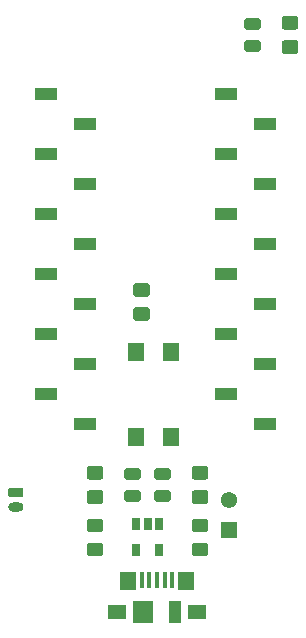
<source format=gbr>
G04 #@! TF.GenerationSoftware,KiCad,Pcbnew,(5.1.5)-3*
G04 #@! TF.CreationDate,2020-05-03T13:25:38+02:00*
G04 #@! TF.ProjectId,SPY_RECORDER-FBV010,5350595f-5245-4434-9f52-4445522d4642,v0.00*
G04 #@! TF.SameCoordinates,PX7d7a120PY7cfe0c0*
G04 #@! TF.FileFunction,Soldermask,Top*
G04 #@! TF.FilePolarity,Negative*
%FSLAX46Y46*%
G04 Gerber Fmt 4.6, Leading zero omitted, Abs format (unit mm)*
G04 Created by KiCad (PCBNEW (5.1.5)-3) date 2020-05-03 13:25:38*
%MOMM*%
%LPD*%
G04 APERTURE LIST*
%ADD10O,1.300000X0.800000*%
%ADD11C,0.100000*%
%ADD12R,1.900000X1.000000*%
%ADD13R,0.450000X1.380000*%
%ADD14R,1.425000X1.550000*%
%ADD15R,1.650000X1.300000*%
%ADD16R,1.800000X1.900000*%
%ADD17R,1.000000X1.900000*%
%ADD18C,1.378000*%
%ADD19R,1.378000X1.378000*%
%ADD20R,0.650000X1.060000*%
%ADD21R,1.400000X1.600000*%
G04 APERTURE END LIST*
D10*
X2032000Y11069000D03*
D11*
G36*
X2501603Y12718037D02*
G01*
X2521018Y12715157D01*
X2540057Y12710388D01*
X2558537Y12703776D01*
X2576279Y12695384D01*
X2593114Y12685294D01*
X2608879Y12673602D01*
X2623421Y12660421D01*
X2636602Y12645879D01*
X2648294Y12630114D01*
X2658384Y12613279D01*
X2666776Y12595537D01*
X2673388Y12577057D01*
X2678157Y12558018D01*
X2681037Y12538603D01*
X2682000Y12519000D01*
X2682000Y12119000D01*
X2681037Y12099397D01*
X2678157Y12079982D01*
X2673388Y12060943D01*
X2666776Y12042463D01*
X2658384Y12024721D01*
X2648294Y12007886D01*
X2636602Y11992121D01*
X2623421Y11977579D01*
X2608879Y11964398D01*
X2593114Y11952706D01*
X2576279Y11942616D01*
X2558537Y11934224D01*
X2540057Y11927612D01*
X2521018Y11922843D01*
X2501603Y11919963D01*
X2482000Y11919000D01*
X1582000Y11919000D01*
X1562397Y11919963D01*
X1542982Y11922843D01*
X1523943Y11927612D01*
X1505463Y11934224D01*
X1487721Y11942616D01*
X1470886Y11952706D01*
X1455121Y11964398D01*
X1440579Y11977579D01*
X1427398Y11992121D01*
X1415706Y12007886D01*
X1405616Y12024721D01*
X1397224Y12042463D01*
X1390612Y12060943D01*
X1385843Y12079982D01*
X1382963Y12099397D01*
X1382000Y12119000D01*
X1382000Y12519000D01*
X1382963Y12538603D01*
X1385843Y12558018D01*
X1390612Y12577057D01*
X1397224Y12595537D01*
X1405616Y12613279D01*
X1415706Y12630114D01*
X1427398Y12645879D01*
X1440579Y12660421D01*
X1455121Y12673602D01*
X1470886Y12685294D01*
X1487721Y12695384D01*
X1505463Y12703776D01*
X1523943Y12710388D01*
X1542982Y12715157D01*
X1562397Y12718037D01*
X1582000Y12719000D01*
X2482000Y12719000D01*
X2501603Y12718037D01*
G37*
D12*
X23150000Y18130000D03*
X23150000Y23210000D03*
X23150000Y28290000D03*
X23150000Y33370000D03*
X23150000Y38450000D03*
X23150000Y43530000D03*
X19850000Y20670000D03*
X19850000Y25750000D03*
X19850000Y30830000D03*
X19850000Y35910000D03*
X19850000Y40990000D03*
X19850000Y46070000D03*
X4650000Y46070000D03*
X4650000Y40990000D03*
X4650000Y35910000D03*
X4650000Y30830000D03*
X4650000Y25750000D03*
X4650000Y20670000D03*
X7950000Y43530000D03*
X7950000Y38450000D03*
X7950000Y33370000D03*
X7950000Y28290000D03*
X7950000Y23210000D03*
X7950000Y18130000D03*
D11*
G36*
X9237505Y14552796D02*
G01*
X9261773Y14549196D01*
X9285572Y14543235D01*
X9308671Y14534970D01*
X9330850Y14524480D01*
X9351893Y14511868D01*
X9371599Y14497253D01*
X9389777Y14480777D01*
X9406253Y14462599D01*
X9420868Y14442893D01*
X9433480Y14421850D01*
X9443970Y14399671D01*
X9452235Y14376572D01*
X9458196Y14352773D01*
X9461796Y14328505D01*
X9463000Y14304001D01*
X9463000Y13653999D01*
X9461796Y13629495D01*
X9458196Y13605227D01*
X9452235Y13581428D01*
X9443970Y13558329D01*
X9433480Y13536150D01*
X9420868Y13515107D01*
X9406253Y13495401D01*
X9389777Y13477223D01*
X9371599Y13460747D01*
X9351893Y13446132D01*
X9330850Y13433520D01*
X9308671Y13423030D01*
X9285572Y13414765D01*
X9261773Y13408804D01*
X9237505Y13405204D01*
X9213001Y13404000D01*
X8312999Y13404000D01*
X8288495Y13405204D01*
X8264227Y13408804D01*
X8240428Y13414765D01*
X8217329Y13423030D01*
X8195150Y13433520D01*
X8174107Y13446132D01*
X8154401Y13460747D01*
X8136223Y13477223D01*
X8119747Y13495401D01*
X8105132Y13515107D01*
X8092520Y13536150D01*
X8082030Y13558329D01*
X8073765Y13581428D01*
X8067804Y13605227D01*
X8064204Y13629495D01*
X8063000Y13653999D01*
X8063000Y14304001D01*
X8064204Y14328505D01*
X8067804Y14352773D01*
X8073765Y14376572D01*
X8082030Y14399671D01*
X8092520Y14421850D01*
X8105132Y14442893D01*
X8119747Y14462599D01*
X8136223Y14480777D01*
X8154401Y14497253D01*
X8174107Y14511868D01*
X8195150Y14524480D01*
X8217329Y14534970D01*
X8240428Y14543235D01*
X8264227Y14549196D01*
X8288495Y14552796D01*
X8312999Y14554000D01*
X9213001Y14554000D01*
X9237505Y14552796D01*
G37*
G36*
X9237505Y12502796D02*
G01*
X9261773Y12499196D01*
X9285572Y12493235D01*
X9308671Y12484970D01*
X9330850Y12474480D01*
X9351893Y12461868D01*
X9371599Y12447253D01*
X9389777Y12430777D01*
X9406253Y12412599D01*
X9420868Y12392893D01*
X9433480Y12371850D01*
X9443970Y12349671D01*
X9452235Y12326572D01*
X9458196Y12302773D01*
X9461796Y12278505D01*
X9463000Y12254001D01*
X9463000Y11603999D01*
X9461796Y11579495D01*
X9458196Y11555227D01*
X9452235Y11531428D01*
X9443970Y11508329D01*
X9433480Y11486150D01*
X9420868Y11465107D01*
X9406253Y11445401D01*
X9389777Y11427223D01*
X9371599Y11410747D01*
X9351893Y11396132D01*
X9330850Y11383520D01*
X9308671Y11373030D01*
X9285572Y11364765D01*
X9261773Y11358804D01*
X9237505Y11355204D01*
X9213001Y11354000D01*
X8312999Y11354000D01*
X8288495Y11355204D01*
X8264227Y11358804D01*
X8240428Y11364765D01*
X8217329Y11373030D01*
X8195150Y11383520D01*
X8174107Y11396132D01*
X8154401Y11410747D01*
X8136223Y11427223D01*
X8119747Y11445401D01*
X8105132Y11465107D01*
X8092520Y11486150D01*
X8082030Y11508329D01*
X8073765Y11531428D01*
X8067804Y11555227D01*
X8064204Y11579495D01*
X8063000Y11603999D01*
X8063000Y12254001D01*
X8064204Y12278505D01*
X8067804Y12302773D01*
X8073765Y12326572D01*
X8082030Y12349671D01*
X8092520Y12371850D01*
X8105132Y12392893D01*
X8119747Y12412599D01*
X8136223Y12430777D01*
X8154401Y12447253D01*
X8174107Y12461868D01*
X8195150Y12474480D01*
X8217329Y12484970D01*
X8240428Y12493235D01*
X8264227Y12499196D01*
X8288495Y12502796D01*
X8312999Y12504000D01*
X9213001Y12504000D01*
X9237505Y12502796D01*
G37*
G36*
X12418142Y12502826D02*
G01*
X12441803Y12499316D01*
X12465007Y12493504D01*
X12487529Y12485446D01*
X12509153Y12475218D01*
X12529670Y12462921D01*
X12548883Y12448671D01*
X12566607Y12432607D01*
X12582671Y12414883D01*
X12596921Y12395670D01*
X12609218Y12375153D01*
X12619446Y12353529D01*
X12627504Y12331007D01*
X12633316Y12307803D01*
X12636826Y12284142D01*
X12638000Y12260250D01*
X12638000Y11772750D01*
X12636826Y11748858D01*
X12633316Y11725197D01*
X12627504Y11701993D01*
X12619446Y11679471D01*
X12609218Y11657847D01*
X12596921Y11637330D01*
X12582671Y11618117D01*
X12566607Y11600393D01*
X12548883Y11584329D01*
X12529670Y11570079D01*
X12509153Y11557782D01*
X12487529Y11547554D01*
X12465007Y11539496D01*
X12441803Y11533684D01*
X12418142Y11530174D01*
X12394250Y11529000D01*
X11481750Y11529000D01*
X11457858Y11530174D01*
X11434197Y11533684D01*
X11410993Y11539496D01*
X11388471Y11547554D01*
X11366847Y11557782D01*
X11346330Y11570079D01*
X11327117Y11584329D01*
X11309393Y11600393D01*
X11293329Y11618117D01*
X11279079Y11637330D01*
X11266782Y11657847D01*
X11256554Y11679471D01*
X11248496Y11701993D01*
X11242684Y11725197D01*
X11239174Y11748858D01*
X11238000Y11772750D01*
X11238000Y12260250D01*
X11239174Y12284142D01*
X11242684Y12307803D01*
X11248496Y12331007D01*
X11256554Y12353529D01*
X11266782Y12375153D01*
X11279079Y12395670D01*
X11293329Y12414883D01*
X11309393Y12432607D01*
X11327117Y12448671D01*
X11346330Y12462921D01*
X11366847Y12475218D01*
X11388471Y12485446D01*
X11410993Y12493504D01*
X11434197Y12499316D01*
X11457858Y12502826D01*
X11481750Y12504000D01*
X12394250Y12504000D01*
X12418142Y12502826D01*
G37*
G36*
X12418142Y14377826D02*
G01*
X12441803Y14374316D01*
X12465007Y14368504D01*
X12487529Y14360446D01*
X12509153Y14350218D01*
X12529670Y14337921D01*
X12548883Y14323671D01*
X12566607Y14307607D01*
X12582671Y14289883D01*
X12596921Y14270670D01*
X12609218Y14250153D01*
X12619446Y14228529D01*
X12627504Y14206007D01*
X12633316Y14182803D01*
X12636826Y14159142D01*
X12638000Y14135250D01*
X12638000Y13647750D01*
X12636826Y13623858D01*
X12633316Y13600197D01*
X12627504Y13576993D01*
X12619446Y13554471D01*
X12609218Y13532847D01*
X12596921Y13512330D01*
X12582671Y13493117D01*
X12566607Y13475393D01*
X12548883Y13459329D01*
X12529670Y13445079D01*
X12509153Y13432782D01*
X12487529Y13422554D01*
X12465007Y13414496D01*
X12441803Y13408684D01*
X12418142Y13405174D01*
X12394250Y13404000D01*
X11481750Y13404000D01*
X11457858Y13405174D01*
X11434197Y13408684D01*
X11410993Y13414496D01*
X11388471Y13422554D01*
X11366847Y13432782D01*
X11346330Y13445079D01*
X11327117Y13459329D01*
X11309393Y13475393D01*
X11293329Y13493117D01*
X11279079Y13512330D01*
X11266782Y13532847D01*
X11256554Y13554471D01*
X11248496Y13576993D01*
X11242684Y13600197D01*
X11239174Y13623858D01*
X11238000Y13647750D01*
X11238000Y14135250D01*
X11239174Y14159142D01*
X11242684Y14182803D01*
X11248496Y14206007D01*
X11256554Y14228529D01*
X11266782Y14250153D01*
X11279079Y14270670D01*
X11293329Y14289883D01*
X11309393Y14307607D01*
X11327117Y14323671D01*
X11346330Y14337921D01*
X11366847Y14350218D01*
X11388471Y14360446D01*
X11410993Y14368504D01*
X11434197Y14374316D01*
X11457858Y14377826D01*
X11481750Y14379000D01*
X12394250Y14379000D01*
X12418142Y14377826D01*
G37*
G36*
X14958142Y12502826D02*
G01*
X14981803Y12499316D01*
X15005007Y12493504D01*
X15027529Y12485446D01*
X15049153Y12475218D01*
X15069670Y12462921D01*
X15088883Y12448671D01*
X15106607Y12432607D01*
X15122671Y12414883D01*
X15136921Y12395670D01*
X15149218Y12375153D01*
X15159446Y12353529D01*
X15167504Y12331007D01*
X15173316Y12307803D01*
X15176826Y12284142D01*
X15178000Y12260250D01*
X15178000Y11772750D01*
X15176826Y11748858D01*
X15173316Y11725197D01*
X15167504Y11701993D01*
X15159446Y11679471D01*
X15149218Y11657847D01*
X15136921Y11637330D01*
X15122671Y11618117D01*
X15106607Y11600393D01*
X15088883Y11584329D01*
X15069670Y11570079D01*
X15049153Y11557782D01*
X15027529Y11547554D01*
X15005007Y11539496D01*
X14981803Y11533684D01*
X14958142Y11530174D01*
X14934250Y11529000D01*
X14021750Y11529000D01*
X13997858Y11530174D01*
X13974197Y11533684D01*
X13950993Y11539496D01*
X13928471Y11547554D01*
X13906847Y11557782D01*
X13886330Y11570079D01*
X13867117Y11584329D01*
X13849393Y11600393D01*
X13833329Y11618117D01*
X13819079Y11637330D01*
X13806782Y11657847D01*
X13796554Y11679471D01*
X13788496Y11701993D01*
X13782684Y11725197D01*
X13779174Y11748858D01*
X13778000Y11772750D01*
X13778000Y12260250D01*
X13779174Y12284142D01*
X13782684Y12307803D01*
X13788496Y12331007D01*
X13796554Y12353529D01*
X13806782Y12375153D01*
X13819079Y12395670D01*
X13833329Y12414883D01*
X13849393Y12432607D01*
X13867117Y12448671D01*
X13886330Y12462921D01*
X13906847Y12475218D01*
X13928471Y12485446D01*
X13950993Y12493504D01*
X13974197Y12499316D01*
X13997858Y12502826D01*
X14021750Y12504000D01*
X14934250Y12504000D01*
X14958142Y12502826D01*
G37*
G36*
X14958142Y14377826D02*
G01*
X14981803Y14374316D01*
X15005007Y14368504D01*
X15027529Y14360446D01*
X15049153Y14350218D01*
X15069670Y14337921D01*
X15088883Y14323671D01*
X15106607Y14307607D01*
X15122671Y14289883D01*
X15136921Y14270670D01*
X15149218Y14250153D01*
X15159446Y14228529D01*
X15167504Y14206007D01*
X15173316Y14182803D01*
X15176826Y14159142D01*
X15178000Y14135250D01*
X15178000Y13647750D01*
X15176826Y13623858D01*
X15173316Y13600197D01*
X15167504Y13576993D01*
X15159446Y13554471D01*
X15149218Y13532847D01*
X15136921Y13512330D01*
X15122671Y13493117D01*
X15106607Y13475393D01*
X15088883Y13459329D01*
X15069670Y13445079D01*
X15049153Y13432782D01*
X15027529Y13422554D01*
X15005007Y13414496D01*
X14981803Y13408684D01*
X14958142Y13405174D01*
X14934250Y13404000D01*
X14021750Y13404000D01*
X13997858Y13405174D01*
X13974197Y13408684D01*
X13950993Y13414496D01*
X13928471Y13422554D01*
X13906847Y13432782D01*
X13886330Y13445079D01*
X13867117Y13459329D01*
X13849393Y13475393D01*
X13833329Y13493117D01*
X13819079Y13512330D01*
X13806782Y13532847D01*
X13796554Y13554471D01*
X13788496Y13576993D01*
X13782684Y13600197D01*
X13779174Y13623858D01*
X13778000Y13647750D01*
X13778000Y14135250D01*
X13779174Y14159142D01*
X13782684Y14182803D01*
X13788496Y14206007D01*
X13796554Y14228529D01*
X13806782Y14250153D01*
X13819079Y14270670D01*
X13833329Y14289883D01*
X13849393Y14307607D01*
X13867117Y14323671D01*
X13886330Y14337921D01*
X13906847Y14350218D01*
X13928471Y14360446D01*
X13950993Y14368504D01*
X13974197Y14374316D01*
X13997858Y14377826D01*
X14021750Y14379000D01*
X14934250Y14379000D01*
X14958142Y14377826D01*
G37*
G36*
X22578142Y50602826D02*
G01*
X22601803Y50599316D01*
X22625007Y50593504D01*
X22647529Y50585446D01*
X22669153Y50575218D01*
X22689670Y50562921D01*
X22708883Y50548671D01*
X22726607Y50532607D01*
X22742671Y50514883D01*
X22756921Y50495670D01*
X22769218Y50475153D01*
X22779446Y50453529D01*
X22787504Y50431007D01*
X22793316Y50407803D01*
X22796826Y50384142D01*
X22798000Y50360250D01*
X22798000Y49872750D01*
X22796826Y49848858D01*
X22793316Y49825197D01*
X22787504Y49801993D01*
X22779446Y49779471D01*
X22769218Y49757847D01*
X22756921Y49737330D01*
X22742671Y49718117D01*
X22726607Y49700393D01*
X22708883Y49684329D01*
X22689670Y49670079D01*
X22669153Y49657782D01*
X22647529Y49647554D01*
X22625007Y49639496D01*
X22601803Y49633684D01*
X22578142Y49630174D01*
X22554250Y49629000D01*
X21641750Y49629000D01*
X21617858Y49630174D01*
X21594197Y49633684D01*
X21570993Y49639496D01*
X21548471Y49647554D01*
X21526847Y49657782D01*
X21506330Y49670079D01*
X21487117Y49684329D01*
X21469393Y49700393D01*
X21453329Y49718117D01*
X21439079Y49737330D01*
X21426782Y49757847D01*
X21416554Y49779471D01*
X21408496Y49801993D01*
X21402684Y49825197D01*
X21399174Y49848858D01*
X21398000Y49872750D01*
X21398000Y50360250D01*
X21399174Y50384142D01*
X21402684Y50407803D01*
X21408496Y50431007D01*
X21416554Y50453529D01*
X21426782Y50475153D01*
X21439079Y50495670D01*
X21453329Y50514883D01*
X21469393Y50532607D01*
X21487117Y50548671D01*
X21506330Y50562921D01*
X21526847Y50575218D01*
X21548471Y50585446D01*
X21570993Y50593504D01*
X21594197Y50599316D01*
X21617858Y50602826D01*
X21641750Y50604000D01*
X22554250Y50604000D01*
X22578142Y50602826D01*
G37*
G36*
X22578142Y52477826D02*
G01*
X22601803Y52474316D01*
X22625007Y52468504D01*
X22647529Y52460446D01*
X22669153Y52450218D01*
X22689670Y52437921D01*
X22708883Y52423671D01*
X22726607Y52407607D01*
X22742671Y52389883D01*
X22756921Y52370670D01*
X22769218Y52350153D01*
X22779446Y52328529D01*
X22787504Y52306007D01*
X22793316Y52282803D01*
X22796826Y52259142D01*
X22798000Y52235250D01*
X22798000Y51747750D01*
X22796826Y51723858D01*
X22793316Y51700197D01*
X22787504Y51676993D01*
X22779446Y51654471D01*
X22769218Y51632847D01*
X22756921Y51612330D01*
X22742671Y51593117D01*
X22726607Y51575393D01*
X22708883Y51559329D01*
X22689670Y51545079D01*
X22669153Y51532782D01*
X22647529Y51522554D01*
X22625007Y51514496D01*
X22601803Y51508684D01*
X22578142Y51505174D01*
X22554250Y51504000D01*
X21641750Y51504000D01*
X21617858Y51505174D01*
X21594197Y51508684D01*
X21570993Y51514496D01*
X21548471Y51522554D01*
X21526847Y51532782D01*
X21506330Y51545079D01*
X21487117Y51559329D01*
X21469393Y51575393D01*
X21453329Y51593117D01*
X21439079Y51612330D01*
X21426782Y51632847D01*
X21416554Y51654471D01*
X21408496Y51676993D01*
X21402684Y51700197D01*
X21399174Y51723858D01*
X21398000Y51747750D01*
X21398000Y52235250D01*
X21399174Y52259142D01*
X21402684Y52282803D01*
X21408496Y52306007D01*
X21416554Y52328529D01*
X21426782Y52350153D01*
X21439079Y52370670D01*
X21453329Y52389883D01*
X21469393Y52407607D01*
X21487117Y52423671D01*
X21506330Y52437921D01*
X21526847Y52450218D01*
X21548471Y52460446D01*
X21570993Y52468504D01*
X21594197Y52474316D01*
X21617858Y52477826D01*
X21641750Y52479000D01*
X22554250Y52479000D01*
X22578142Y52477826D01*
G37*
D13*
X12700000Y4889000D03*
X13350000Y4889000D03*
X14000000Y4889000D03*
X14650000Y4889000D03*
X15300000Y4889000D03*
D14*
X11512500Y4804000D03*
X16487500Y4804000D03*
D15*
X10625000Y2229000D03*
X17375000Y2229000D03*
D16*
X12850000Y2229000D03*
D17*
X15550000Y2229000D03*
D18*
X20098000Y11684000D03*
D19*
X20098000Y9144000D03*
D11*
G36*
X18127505Y10107796D02*
G01*
X18151773Y10104196D01*
X18175572Y10098235D01*
X18198671Y10089970D01*
X18220850Y10079480D01*
X18241893Y10066868D01*
X18261599Y10052253D01*
X18279777Y10035777D01*
X18296253Y10017599D01*
X18310868Y9997893D01*
X18323480Y9976850D01*
X18333970Y9954671D01*
X18342235Y9931572D01*
X18348196Y9907773D01*
X18351796Y9883505D01*
X18353000Y9859001D01*
X18353000Y9208999D01*
X18351796Y9184495D01*
X18348196Y9160227D01*
X18342235Y9136428D01*
X18333970Y9113329D01*
X18323480Y9091150D01*
X18310868Y9070107D01*
X18296253Y9050401D01*
X18279777Y9032223D01*
X18261599Y9015747D01*
X18241893Y9001132D01*
X18220850Y8988520D01*
X18198671Y8978030D01*
X18175572Y8969765D01*
X18151773Y8963804D01*
X18127505Y8960204D01*
X18103001Y8959000D01*
X17202999Y8959000D01*
X17178495Y8960204D01*
X17154227Y8963804D01*
X17130428Y8969765D01*
X17107329Y8978030D01*
X17085150Y8988520D01*
X17064107Y9001132D01*
X17044401Y9015747D01*
X17026223Y9032223D01*
X17009747Y9050401D01*
X16995132Y9070107D01*
X16982520Y9091150D01*
X16972030Y9113329D01*
X16963765Y9136428D01*
X16957804Y9160227D01*
X16954204Y9184495D01*
X16953000Y9208999D01*
X16953000Y9859001D01*
X16954204Y9883505D01*
X16957804Y9907773D01*
X16963765Y9931572D01*
X16972030Y9954671D01*
X16982520Y9976850D01*
X16995132Y9997893D01*
X17009747Y10017599D01*
X17026223Y10035777D01*
X17044401Y10052253D01*
X17064107Y10066868D01*
X17085150Y10079480D01*
X17107329Y10089970D01*
X17130428Y10098235D01*
X17154227Y10104196D01*
X17178495Y10107796D01*
X17202999Y10109000D01*
X18103001Y10109000D01*
X18127505Y10107796D01*
G37*
G36*
X18127505Y8057796D02*
G01*
X18151773Y8054196D01*
X18175572Y8048235D01*
X18198671Y8039970D01*
X18220850Y8029480D01*
X18241893Y8016868D01*
X18261599Y8002253D01*
X18279777Y7985777D01*
X18296253Y7967599D01*
X18310868Y7947893D01*
X18323480Y7926850D01*
X18333970Y7904671D01*
X18342235Y7881572D01*
X18348196Y7857773D01*
X18351796Y7833505D01*
X18353000Y7809001D01*
X18353000Y7158999D01*
X18351796Y7134495D01*
X18348196Y7110227D01*
X18342235Y7086428D01*
X18333970Y7063329D01*
X18323480Y7041150D01*
X18310868Y7020107D01*
X18296253Y7000401D01*
X18279777Y6982223D01*
X18261599Y6965747D01*
X18241893Y6951132D01*
X18220850Y6938520D01*
X18198671Y6928030D01*
X18175572Y6919765D01*
X18151773Y6913804D01*
X18127505Y6910204D01*
X18103001Y6909000D01*
X17202999Y6909000D01*
X17178495Y6910204D01*
X17154227Y6913804D01*
X17130428Y6919765D01*
X17107329Y6928030D01*
X17085150Y6938520D01*
X17064107Y6951132D01*
X17044401Y6965747D01*
X17026223Y6982223D01*
X17009747Y7000401D01*
X16995132Y7020107D01*
X16982520Y7041150D01*
X16972030Y7063329D01*
X16963765Y7086428D01*
X16957804Y7110227D01*
X16954204Y7134495D01*
X16953000Y7158999D01*
X16953000Y7809001D01*
X16954204Y7833505D01*
X16957804Y7857773D01*
X16963765Y7881572D01*
X16972030Y7904671D01*
X16982520Y7926850D01*
X16995132Y7947893D01*
X17009747Y7967599D01*
X17026223Y7985777D01*
X17044401Y8002253D01*
X17064107Y8016868D01*
X17085150Y8029480D01*
X17107329Y8039970D01*
X17130428Y8048235D01*
X17154227Y8054196D01*
X17178495Y8057796D01*
X17202999Y8059000D01*
X18103001Y8059000D01*
X18127505Y8057796D01*
G37*
G36*
X9237505Y10107796D02*
G01*
X9261773Y10104196D01*
X9285572Y10098235D01*
X9308671Y10089970D01*
X9330850Y10079480D01*
X9351893Y10066868D01*
X9371599Y10052253D01*
X9389777Y10035777D01*
X9406253Y10017599D01*
X9420868Y9997893D01*
X9433480Y9976850D01*
X9443970Y9954671D01*
X9452235Y9931572D01*
X9458196Y9907773D01*
X9461796Y9883505D01*
X9463000Y9859001D01*
X9463000Y9208999D01*
X9461796Y9184495D01*
X9458196Y9160227D01*
X9452235Y9136428D01*
X9443970Y9113329D01*
X9433480Y9091150D01*
X9420868Y9070107D01*
X9406253Y9050401D01*
X9389777Y9032223D01*
X9371599Y9015747D01*
X9351893Y9001132D01*
X9330850Y8988520D01*
X9308671Y8978030D01*
X9285572Y8969765D01*
X9261773Y8963804D01*
X9237505Y8960204D01*
X9213001Y8959000D01*
X8312999Y8959000D01*
X8288495Y8960204D01*
X8264227Y8963804D01*
X8240428Y8969765D01*
X8217329Y8978030D01*
X8195150Y8988520D01*
X8174107Y9001132D01*
X8154401Y9015747D01*
X8136223Y9032223D01*
X8119747Y9050401D01*
X8105132Y9070107D01*
X8092520Y9091150D01*
X8082030Y9113329D01*
X8073765Y9136428D01*
X8067804Y9160227D01*
X8064204Y9184495D01*
X8063000Y9208999D01*
X8063000Y9859001D01*
X8064204Y9883505D01*
X8067804Y9907773D01*
X8073765Y9931572D01*
X8082030Y9954671D01*
X8092520Y9976850D01*
X8105132Y9997893D01*
X8119747Y10017599D01*
X8136223Y10035777D01*
X8154401Y10052253D01*
X8174107Y10066868D01*
X8195150Y10079480D01*
X8217329Y10089970D01*
X8240428Y10098235D01*
X8264227Y10104196D01*
X8288495Y10107796D01*
X8312999Y10109000D01*
X9213001Y10109000D01*
X9237505Y10107796D01*
G37*
G36*
X9237505Y8057796D02*
G01*
X9261773Y8054196D01*
X9285572Y8048235D01*
X9308671Y8039970D01*
X9330850Y8029480D01*
X9351893Y8016868D01*
X9371599Y8002253D01*
X9389777Y7985777D01*
X9406253Y7967599D01*
X9420868Y7947893D01*
X9433480Y7926850D01*
X9443970Y7904671D01*
X9452235Y7881572D01*
X9458196Y7857773D01*
X9461796Y7833505D01*
X9463000Y7809001D01*
X9463000Y7158999D01*
X9461796Y7134495D01*
X9458196Y7110227D01*
X9452235Y7086428D01*
X9443970Y7063329D01*
X9433480Y7041150D01*
X9420868Y7020107D01*
X9406253Y7000401D01*
X9389777Y6982223D01*
X9371599Y6965747D01*
X9351893Y6951132D01*
X9330850Y6938520D01*
X9308671Y6928030D01*
X9285572Y6919765D01*
X9261773Y6913804D01*
X9237505Y6910204D01*
X9213001Y6909000D01*
X8312999Y6909000D01*
X8288495Y6910204D01*
X8264227Y6913804D01*
X8240428Y6919765D01*
X8217329Y6928030D01*
X8195150Y6938520D01*
X8174107Y6951132D01*
X8154401Y6965747D01*
X8136223Y6982223D01*
X8119747Y7000401D01*
X8105132Y7020107D01*
X8092520Y7041150D01*
X8082030Y7063329D01*
X8073765Y7086428D01*
X8067804Y7110227D01*
X8064204Y7134495D01*
X8063000Y7158999D01*
X8063000Y7809001D01*
X8064204Y7833505D01*
X8067804Y7857773D01*
X8073765Y7881572D01*
X8082030Y7904671D01*
X8092520Y7926850D01*
X8105132Y7947893D01*
X8119747Y7967599D01*
X8136223Y7985777D01*
X8154401Y8002253D01*
X8174107Y8016868D01*
X8195150Y8029480D01*
X8217329Y8039970D01*
X8240428Y8048235D01*
X8264227Y8054196D01*
X8288495Y8057796D01*
X8312999Y8059000D01*
X9213001Y8059000D01*
X9237505Y8057796D01*
G37*
G36*
X18127505Y14552796D02*
G01*
X18151773Y14549196D01*
X18175572Y14543235D01*
X18198671Y14534970D01*
X18220850Y14524480D01*
X18241893Y14511868D01*
X18261599Y14497253D01*
X18279777Y14480777D01*
X18296253Y14462599D01*
X18310868Y14442893D01*
X18323480Y14421850D01*
X18333970Y14399671D01*
X18342235Y14376572D01*
X18348196Y14352773D01*
X18351796Y14328505D01*
X18353000Y14304001D01*
X18353000Y13653999D01*
X18351796Y13629495D01*
X18348196Y13605227D01*
X18342235Y13581428D01*
X18333970Y13558329D01*
X18323480Y13536150D01*
X18310868Y13515107D01*
X18296253Y13495401D01*
X18279777Y13477223D01*
X18261599Y13460747D01*
X18241893Y13446132D01*
X18220850Y13433520D01*
X18198671Y13423030D01*
X18175572Y13414765D01*
X18151773Y13408804D01*
X18127505Y13405204D01*
X18103001Y13404000D01*
X17202999Y13404000D01*
X17178495Y13405204D01*
X17154227Y13408804D01*
X17130428Y13414765D01*
X17107329Y13423030D01*
X17085150Y13433520D01*
X17064107Y13446132D01*
X17044401Y13460747D01*
X17026223Y13477223D01*
X17009747Y13495401D01*
X16995132Y13515107D01*
X16982520Y13536150D01*
X16972030Y13558329D01*
X16963765Y13581428D01*
X16957804Y13605227D01*
X16954204Y13629495D01*
X16953000Y13653999D01*
X16953000Y14304001D01*
X16954204Y14328505D01*
X16957804Y14352773D01*
X16963765Y14376572D01*
X16972030Y14399671D01*
X16982520Y14421850D01*
X16995132Y14442893D01*
X17009747Y14462599D01*
X17026223Y14480777D01*
X17044401Y14497253D01*
X17064107Y14511868D01*
X17085150Y14524480D01*
X17107329Y14534970D01*
X17130428Y14543235D01*
X17154227Y14549196D01*
X17178495Y14552796D01*
X17202999Y14554000D01*
X18103001Y14554000D01*
X18127505Y14552796D01*
G37*
G36*
X18127505Y12502796D02*
G01*
X18151773Y12499196D01*
X18175572Y12493235D01*
X18198671Y12484970D01*
X18220850Y12474480D01*
X18241893Y12461868D01*
X18261599Y12447253D01*
X18279777Y12430777D01*
X18296253Y12412599D01*
X18310868Y12392893D01*
X18323480Y12371850D01*
X18333970Y12349671D01*
X18342235Y12326572D01*
X18348196Y12302773D01*
X18351796Y12278505D01*
X18353000Y12254001D01*
X18353000Y11603999D01*
X18351796Y11579495D01*
X18348196Y11555227D01*
X18342235Y11531428D01*
X18333970Y11508329D01*
X18323480Y11486150D01*
X18310868Y11465107D01*
X18296253Y11445401D01*
X18279777Y11427223D01*
X18261599Y11410747D01*
X18241893Y11396132D01*
X18220850Y11383520D01*
X18198671Y11373030D01*
X18175572Y11364765D01*
X18151773Y11358804D01*
X18127505Y11355204D01*
X18103001Y11354000D01*
X17202999Y11354000D01*
X17178495Y11355204D01*
X17154227Y11358804D01*
X17130428Y11364765D01*
X17107329Y11373030D01*
X17085150Y11383520D01*
X17064107Y11396132D01*
X17044401Y11410747D01*
X17026223Y11427223D01*
X17009747Y11445401D01*
X16995132Y11465107D01*
X16982520Y11486150D01*
X16972030Y11508329D01*
X16963765Y11531428D01*
X16957804Y11555227D01*
X16954204Y11579495D01*
X16953000Y11603999D01*
X16953000Y12254001D01*
X16954204Y12278505D01*
X16957804Y12302773D01*
X16963765Y12326572D01*
X16972030Y12349671D01*
X16982520Y12371850D01*
X16995132Y12392893D01*
X17009747Y12412599D01*
X17026223Y12430777D01*
X17044401Y12447253D01*
X17064107Y12461868D01*
X17085150Y12474480D01*
X17107329Y12484970D01*
X17130428Y12493235D01*
X17154227Y12499196D01*
X17178495Y12502796D01*
X17202999Y12504000D01*
X18103001Y12504000D01*
X18127505Y12502796D01*
G37*
G36*
X25747505Y50602796D02*
G01*
X25771773Y50599196D01*
X25795572Y50593235D01*
X25818671Y50584970D01*
X25840850Y50574480D01*
X25861893Y50561868D01*
X25881599Y50547253D01*
X25899777Y50530777D01*
X25916253Y50512599D01*
X25930868Y50492893D01*
X25943480Y50471850D01*
X25953970Y50449671D01*
X25962235Y50426572D01*
X25968196Y50402773D01*
X25971796Y50378505D01*
X25973000Y50354001D01*
X25973000Y49703999D01*
X25971796Y49679495D01*
X25968196Y49655227D01*
X25962235Y49631428D01*
X25953970Y49608329D01*
X25943480Y49586150D01*
X25930868Y49565107D01*
X25916253Y49545401D01*
X25899777Y49527223D01*
X25881599Y49510747D01*
X25861893Y49496132D01*
X25840850Y49483520D01*
X25818671Y49473030D01*
X25795572Y49464765D01*
X25771773Y49458804D01*
X25747505Y49455204D01*
X25723001Y49454000D01*
X24822999Y49454000D01*
X24798495Y49455204D01*
X24774227Y49458804D01*
X24750428Y49464765D01*
X24727329Y49473030D01*
X24705150Y49483520D01*
X24684107Y49496132D01*
X24664401Y49510747D01*
X24646223Y49527223D01*
X24629747Y49545401D01*
X24615132Y49565107D01*
X24602520Y49586150D01*
X24592030Y49608329D01*
X24583765Y49631428D01*
X24577804Y49655227D01*
X24574204Y49679495D01*
X24573000Y49703999D01*
X24573000Y50354001D01*
X24574204Y50378505D01*
X24577804Y50402773D01*
X24583765Y50426572D01*
X24592030Y50449671D01*
X24602520Y50471850D01*
X24615132Y50492893D01*
X24629747Y50512599D01*
X24646223Y50530777D01*
X24664401Y50547253D01*
X24684107Y50561868D01*
X24705150Y50574480D01*
X24727329Y50584970D01*
X24750428Y50593235D01*
X24774227Y50599196D01*
X24798495Y50602796D01*
X24822999Y50604000D01*
X25723001Y50604000D01*
X25747505Y50602796D01*
G37*
G36*
X25747505Y52652796D02*
G01*
X25771773Y52649196D01*
X25795572Y52643235D01*
X25818671Y52634970D01*
X25840850Y52624480D01*
X25861893Y52611868D01*
X25881599Y52597253D01*
X25899777Y52580777D01*
X25916253Y52562599D01*
X25930868Y52542893D01*
X25943480Y52521850D01*
X25953970Y52499671D01*
X25962235Y52476572D01*
X25968196Y52452773D01*
X25971796Y52428505D01*
X25973000Y52404001D01*
X25973000Y51753999D01*
X25971796Y51729495D01*
X25968196Y51705227D01*
X25962235Y51681428D01*
X25953970Y51658329D01*
X25943480Y51636150D01*
X25930868Y51615107D01*
X25916253Y51595401D01*
X25899777Y51577223D01*
X25881599Y51560747D01*
X25861893Y51546132D01*
X25840850Y51533520D01*
X25818671Y51523030D01*
X25795572Y51514765D01*
X25771773Y51508804D01*
X25747505Y51505204D01*
X25723001Y51504000D01*
X24822999Y51504000D01*
X24798495Y51505204D01*
X24774227Y51508804D01*
X24750428Y51514765D01*
X24727329Y51523030D01*
X24705150Y51533520D01*
X24684107Y51546132D01*
X24664401Y51560747D01*
X24646223Y51577223D01*
X24629747Y51595401D01*
X24615132Y51615107D01*
X24602520Y51636150D01*
X24592030Y51658329D01*
X24583765Y51681428D01*
X24577804Y51705227D01*
X24574204Y51729495D01*
X24573000Y51753999D01*
X24573000Y52404001D01*
X24574204Y52428505D01*
X24577804Y52452773D01*
X24583765Y52476572D01*
X24592030Y52499671D01*
X24602520Y52521850D01*
X24615132Y52542893D01*
X24629747Y52562599D01*
X24646223Y52580777D01*
X24664401Y52597253D01*
X24684107Y52611868D01*
X24705150Y52624480D01*
X24727329Y52634970D01*
X24750428Y52643235D01*
X24774227Y52649196D01*
X24798495Y52652796D01*
X24822999Y52654000D01*
X25723001Y52654000D01*
X25747505Y52652796D01*
G37*
D20*
X14158000Y9609000D03*
X13208000Y9609000D03*
X12258000Y9609000D03*
X12258000Y7409000D03*
X14158000Y7409000D03*
D11*
G36*
X13174505Y27996796D02*
G01*
X13198773Y27993196D01*
X13222572Y27987235D01*
X13245671Y27978970D01*
X13267850Y27968480D01*
X13288893Y27955868D01*
X13308599Y27941253D01*
X13326777Y27924777D01*
X13343253Y27906599D01*
X13357868Y27886893D01*
X13370480Y27865850D01*
X13380970Y27843671D01*
X13389235Y27820572D01*
X13395196Y27796773D01*
X13398796Y27772505D01*
X13400000Y27748001D01*
X13400000Y27097999D01*
X13398796Y27073495D01*
X13395196Y27049227D01*
X13389235Y27025428D01*
X13380970Y27002329D01*
X13370480Y26980150D01*
X13357868Y26959107D01*
X13343253Y26939401D01*
X13326777Y26921223D01*
X13308599Y26904747D01*
X13288893Y26890132D01*
X13267850Y26877520D01*
X13245671Y26867030D01*
X13222572Y26858765D01*
X13198773Y26852804D01*
X13174505Y26849204D01*
X13150001Y26848000D01*
X12249999Y26848000D01*
X12225495Y26849204D01*
X12201227Y26852804D01*
X12177428Y26858765D01*
X12154329Y26867030D01*
X12132150Y26877520D01*
X12111107Y26890132D01*
X12091401Y26904747D01*
X12073223Y26921223D01*
X12056747Y26939401D01*
X12042132Y26959107D01*
X12029520Y26980150D01*
X12019030Y27002329D01*
X12010765Y27025428D01*
X12004804Y27049227D01*
X12001204Y27073495D01*
X12000000Y27097999D01*
X12000000Y27748001D01*
X12001204Y27772505D01*
X12004804Y27796773D01*
X12010765Y27820572D01*
X12019030Y27843671D01*
X12029520Y27865850D01*
X12042132Y27886893D01*
X12056747Y27906599D01*
X12073223Y27924777D01*
X12091401Y27941253D01*
X12111107Y27955868D01*
X12132150Y27968480D01*
X12154329Y27978970D01*
X12177428Y27987235D01*
X12201227Y27993196D01*
X12225495Y27996796D01*
X12249999Y27998000D01*
X13150001Y27998000D01*
X13174505Y27996796D01*
G37*
G36*
X13174505Y30046796D02*
G01*
X13198773Y30043196D01*
X13222572Y30037235D01*
X13245671Y30028970D01*
X13267850Y30018480D01*
X13288893Y30005868D01*
X13308599Y29991253D01*
X13326777Y29974777D01*
X13343253Y29956599D01*
X13357868Y29936893D01*
X13370480Y29915850D01*
X13380970Y29893671D01*
X13389235Y29870572D01*
X13395196Y29846773D01*
X13398796Y29822505D01*
X13400000Y29798001D01*
X13400000Y29147999D01*
X13398796Y29123495D01*
X13395196Y29099227D01*
X13389235Y29075428D01*
X13380970Y29052329D01*
X13370480Y29030150D01*
X13357868Y29009107D01*
X13343253Y28989401D01*
X13326777Y28971223D01*
X13308599Y28954747D01*
X13288893Y28940132D01*
X13267850Y28927520D01*
X13245671Y28917030D01*
X13222572Y28908765D01*
X13198773Y28902804D01*
X13174505Y28899204D01*
X13150001Y28898000D01*
X12249999Y28898000D01*
X12225495Y28899204D01*
X12201227Y28902804D01*
X12177428Y28908765D01*
X12154329Y28917030D01*
X12132150Y28927520D01*
X12111107Y28940132D01*
X12091401Y28954747D01*
X12073223Y28971223D01*
X12056747Y28989401D01*
X12042132Y29009107D01*
X12029520Y29030150D01*
X12019030Y29052329D01*
X12010765Y29075428D01*
X12004804Y29099227D01*
X12001204Y29123495D01*
X12000000Y29147999D01*
X12000000Y29798001D01*
X12001204Y29822505D01*
X12004804Y29846773D01*
X12010765Y29870572D01*
X12019030Y29893671D01*
X12029520Y29915850D01*
X12042132Y29936893D01*
X12056747Y29956599D01*
X12073223Y29974777D01*
X12091401Y29991253D01*
X12111107Y30005868D01*
X12132150Y30018480D01*
X12154329Y30028970D01*
X12177428Y30037235D01*
X12201227Y30043196D01*
X12225495Y30046796D01*
X12249999Y30048000D01*
X13150001Y30048000D01*
X13174505Y30046796D01*
G37*
D21*
X12216000Y24174000D03*
X12216000Y16974000D03*
X15216000Y24174000D03*
X15216000Y16974000D03*
M02*

</source>
